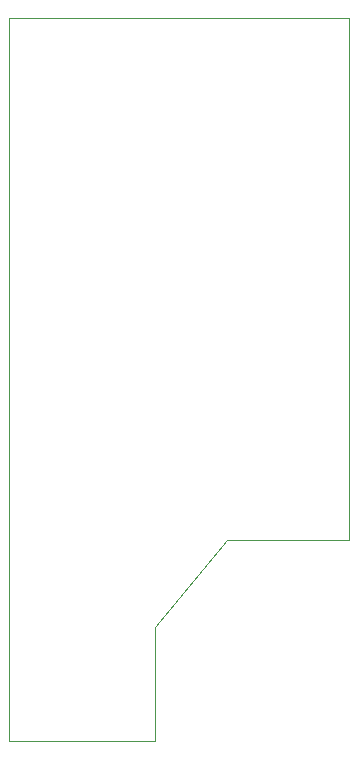
<source format=gbr>
%TF.GenerationSoftware,KiCad,Pcbnew,(5.1.9)-1*%
%TF.CreationDate,2021-05-11T19:40:18+08:00*%
%TF.ProjectId,TFTConv,54465443-6f6e-4762-9e6b-696361645f70,rev?*%
%TF.SameCoordinates,Original*%
%TF.FileFunction,Profile,NP*%
%FSLAX46Y46*%
G04 Gerber Fmt 4.6, Leading zero omitted, Abs format (unit mm)*
G04 Created by KiCad (PCBNEW (5.1.9)-1) date 2021-05-11 19:40:18*
%MOMM*%
%LPD*%
G01*
G04 APERTURE LIST*
%TA.AperFunction,Profile*%
%ADD10C,0.050000*%
%TD*%
G04 APERTURE END LIST*
D10*
X169500000Y-127600000D02*
X169500000Y-137200000D01*
X181900000Y-127600000D02*
X181900000Y-137200000D01*
X198300000Y-76000000D02*
X198300000Y-77000000D01*
X169500000Y-76000000D02*
X198300000Y-76000000D01*
X169500000Y-127600000D02*
X169500000Y-76000000D01*
X181900000Y-137200000D02*
X169500000Y-137200000D01*
X188000000Y-120200000D02*
X181900000Y-127600000D01*
X198300000Y-120200000D02*
X188000000Y-120200000D01*
X198300000Y-77000000D02*
X198300000Y-120200000D01*
M02*

</source>
